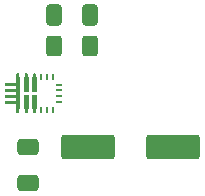
<source format=gbr>
%TF.GenerationSoftware,KiCad,Pcbnew,8.0.3*%
%TF.CreationDate,2024-08-06T18:37:16+01:00*%
%TF.ProjectId,DRV8243 DC Motor Driver Expander,44525638-3234-4332-9044-43204d6f746f,rev?*%
%TF.SameCoordinates,Original*%
%TF.FileFunction,Paste,Top*%
%TF.FilePolarity,Positive*%
%FSLAX46Y46*%
G04 Gerber Fmt 4.6, Leading zero omitted, Abs format (unit mm)*
G04 Created by KiCad (PCBNEW 8.0.3) date 2024-08-06 18:37:16*
%MOMM*%
%LPD*%
G01*
G04 APERTURE LIST*
G04 Aperture macros list*
%AMRoundRect*
0 Rectangle with rounded corners*
0 $1 Rounding radius*
0 $2 $3 $4 $5 $6 $7 $8 $9 X,Y pos of 4 corners*
0 Add a 4 corners polygon primitive as box body*
4,1,4,$2,$3,$4,$5,$6,$7,$8,$9,$2,$3,0*
0 Add four circle primitives for the rounded corners*
1,1,$1+$1,$2,$3*
1,1,$1+$1,$4,$5*
1,1,$1+$1,$6,$7*
1,1,$1+$1,$8,$9*
0 Add four rect primitives between the rounded corners*
20,1,$1+$1,$2,$3,$4,$5,0*
20,1,$1+$1,$4,$5,$6,$7,0*
20,1,$1+$1,$6,$7,$8,$9,0*
20,1,$1+$1,$8,$9,$2,$3,0*%
G04 Aperture macros list end*
%ADD10C,0.000000*%
%ADD11RoundRect,0.250000X0.400000X0.625000X-0.400000X0.625000X-0.400000X-0.625000X0.400000X-0.625000X0*%
%ADD12R,0.249999X0.599999*%
%ADD13R,0.599999X0.249999*%
%ADD14RoundRect,0.250001X-1.999999X-0.799999X1.999999X-0.799999X1.999999X0.799999X-1.999999X0.799999X0*%
%ADD15RoundRect,0.250000X0.412500X0.650000X-0.412500X0.650000X-0.412500X-0.650000X0.412500X-0.650000X0*%
%ADD16RoundRect,0.250000X-0.650000X0.412500X-0.650000X-0.412500X0.650000X-0.412500X0.650000X0.412500X0*%
G04 APERTURE END LIST*
D10*
%TO.C,U1*%
G36*
X129879382Y-94616024D02*
G01*
X129879385Y-94916023D01*
X129954383Y-94916023D01*
X129954383Y-96091022D01*
X129904383Y-96141024D01*
X129604384Y-96141022D01*
X129554384Y-96091024D01*
X129554384Y-94916023D01*
X129629385Y-94916023D01*
X129629385Y-94616024D01*
X129679385Y-94566024D01*
X129829385Y-94566024D01*
X129879382Y-94616024D01*
G37*
G36*
X129904416Y-96391001D02*
G01*
X129954416Y-96440998D01*
X129954416Y-97616000D01*
X129879415Y-97616000D01*
X129879415Y-97915999D01*
X129829415Y-97965999D01*
X129679415Y-97965999D01*
X129629418Y-97915999D01*
X129629416Y-97616000D01*
X129554417Y-97616000D01*
X129554417Y-96441001D01*
X129604417Y-96390998D01*
X129904416Y-96391001D01*
G37*
G36*
X130604433Y-96391001D02*
G01*
X130654433Y-96440998D01*
X130654433Y-97616000D01*
X130579431Y-97616000D01*
X130579431Y-97915999D01*
X130529429Y-97965999D01*
X130379432Y-97965999D01*
X130329432Y-97915999D01*
X130329432Y-97616000D01*
X130254431Y-97616000D01*
X130254433Y-96441001D01*
X130304433Y-96390998D01*
X130604433Y-96391001D01*
G37*
G36*
X130579398Y-94616001D02*
G01*
X130579401Y-94916000D01*
X130654400Y-94916000D01*
X130654400Y-96090999D01*
X130604400Y-96141002D01*
X130304400Y-96140999D01*
X130254400Y-96091002D01*
X130254400Y-94916000D01*
X130329399Y-94916000D01*
X130329401Y-94616001D01*
X130379401Y-94566001D01*
X130529401Y-94566001D01*
X130579398Y-94616001D01*
G37*
G36*
X129179401Y-94616001D02*
G01*
X129179401Y-94916000D01*
X129254400Y-94916000D01*
X129254400Y-97616000D01*
X129179401Y-97616000D01*
X129179399Y-97915999D01*
X129129399Y-97965999D01*
X128979399Y-97965999D01*
X128929399Y-97915999D01*
X128929399Y-97616000D01*
X128854401Y-97616000D01*
X128854401Y-97141000D01*
X128004400Y-97141000D01*
X127954400Y-97091000D01*
X127954400Y-96941000D01*
X128004400Y-96891000D01*
X128854401Y-96891000D01*
X128854401Y-96641001D01*
X128004400Y-96641001D01*
X127954400Y-96591001D01*
X127954400Y-96441001D01*
X128004400Y-96391001D01*
X128854401Y-96391001D01*
X128854401Y-96140999D01*
X128004400Y-96140999D01*
X127954400Y-96090999D01*
X127954400Y-95940999D01*
X128004400Y-95890999D01*
X128854401Y-95890999D01*
X128854401Y-95641000D01*
X128004400Y-95641000D01*
X127954400Y-95591000D01*
X127954400Y-95441000D01*
X128004400Y-95391000D01*
X128854401Y-95391000D01*
X128854401Y-94916000D01*
X128929399Y-94916000D01*
X128929399Y-94616001D01*
X128979399Y-94566001D01*
X129129399Y-94566001D01*
X129179401Y-94616001D01*
G37*
%TD*%
D11*
%TO.C,R1*%
X135200000Y-92250000D03*
X132100000Y-92250000D03*
%TD*%
D12*
%TO.C,U1*%
X132029401Y-94866000D03*
X131529399Y-94866000D03*
X131029400Y-94866000D03*
X131029400Y-97666000D03*
X131529399Y-97666000D03*
X132029401Y-97666000D03*
D13*
X132554401Y-97016001D03*
X132554401Y-96516000D03*
X132554401Y-96016000D03*
X132554401Y-95515999D03*
%TD*%
D14*
%TO.C,C2*%
X135020000Y-100770000D03*
X142220000Y-100770000D03*
%TD*%
D15*
%TO.C,C3*%
X135202500Y-89640000D03*
X132077500Y-89640000D03*
%TD*%
D16*
%TO.C,C1*%
X129880000Y-100767500D03*
X129880000Y-103892500D03*
%TD*%
M02*

</source>
